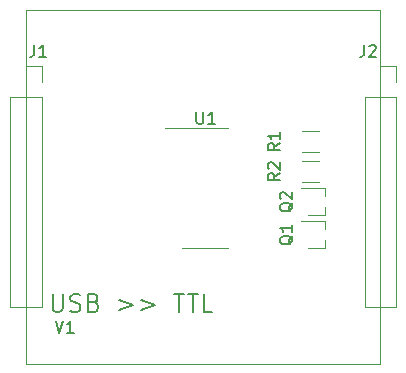
<source format=gbr>
G04 #@! TF.GenerationSoftware,KiCad,Pcbnew,(5.99.0-11522-g728b160719)*
G04 #@! TF.CreationDate,2021-07-25T14:13:55+10:00*
G04 #@! TF.ProjectId,USB-TTL,5553422d-5454-44c2-9e6b-696361645f70,rev?*
G04 #@! TF.SameCoordinates,Original*
G04 #@! TF.FileFunction,Legend,Top*
G04 #@! TF.FilePolarity,Positive*
%FSLAX46Y46*%
G04 Gerber Fmt 4.6, Leading zero omitted, Abs format (unit mm)*
G04 Created by KiCad (PCBNEW (5.99.0-11522-g728b160719)) date 2021-07-25 14:13:55*
%MOMM*%
%LPD*%
G01*
G04 APERTURE LIST*
G04 #@! TA.AperFunction,Profile*
%ADD10C,0.100000*%
G04 #@! TD*
%ADD11C,0.150000*%
%ADD12C,0.200000*%
%ADD13C,0.120000*%
G04 APERTURE END LIST*
D10*
X129540000Y-78740000D02*
X159512000Y-78740000D01*
X159512000Y-78740000D02*
X159512000Y-108712000D01*
X159512000Y-108712000D02*
X129540000Y-108712000D01*
X129540000Y-108712000D02*
X129540000Y-78740000D01*
D11*
X132032476Y-105116380D02*
X132365809Y-106116380D01*
X132699142Y-105116380D01*
X133556285Y-106116380D02*
X132984857Y-106116380D01*
X133270571Y-106116380D02*
X133270571Y-105116380D01*
X133175333Y-105259238D01*
X133080095Y-105354476D01*
X132984857Y-105402095D01*
D12*
X131787142Y-102810571D02*
X131787142Y-104024857D01*
X131858571Y-104167714D01*
X131930000Y-104239142D01*
X132072857Y-104310571D01*
X132358571Y-104310571D01*
X132501428Y-104239142D01*
X132572857Y-104167714D01*
X132644285Y-104024857D01*
X132644285Y-102810571D01*
X133287142Y-104239142D02*
X133501428Y-104310571D01*
X133858571Y-104310571D01*
X134001428Y-104239142D01*
X134072857Y-104167714D01*
X134144285Y-104024857D01*
X134144285Y-103882000D01*
X134072857Y-103739142D01*
X134001428Y-103667714D01*
X133858571Y-103596285D01*
X133572857Y-103524857D01*
X133430000Y-103453428D01*
X133358571Y-103382000D01*
X133287142Y-103239142D01*
X133287142Y-103096285D01*
X133358571Y-102953428D01*
X133430000Y-102882000D01*
X133572857Y-102810571D01*
X133930000Y-102810571D01*
X134144285Y-102882000D01*
X135287142Y-103524857D02*
X135501428Y-103596285D01*
X135572857Y-103667714D01*
X135644285Y-103810571D01*
X135644285Y-104024857D01*
X135572857Y-104167714D01*
X135501428Y-104239142D01*
X135358571Y-104310571D01*
X134787142Y-104310571D01*
X134787142Y-102810571D01*
X135287142Y-102810571D01*
X135430000Y-102882000D01*
X135501428Y-102953428D01*
X135572857Y-103096285D01*
X135572857Y-103239142D01*
X135501428Y-103382000D01*
X135430000Y-103453428D01*
X135287142Y-103524857D01*
X134787142Y-103524857D01*
X137430000Y-103310571D02*
X138572857Y-103739142D01*
X137430000Y-104167714D01*
X139287142Y-103310571D02*
X140430000Y-103739142D01*
X139287142Y-104167714D01*
X142072857Y-102810571D02*
X142930000Y-102810571D01*
X142501428Y-104310571D02*
X142501428Y-102810571D01*
X143215714Y-102810571D02*
X144072857Y-102810571D01*
X143644285Y-104310571D02*
X143644285Y-102810571D01*
X145287142Y-104310571D02*
X144572857Y-104310571D01*
X144572857Y-102810571D01*
D11*
G04 #@! TO.C,J1*
X130222666Y-81748380D02*
X130222666Y-82462666D01*
X130175047Y-82605523D01*
X130079809Y-82700761D01*
X129936952Y-82748380D01*
X129841714Y-82748380D01*
X131222666Y-82748380D02*
X130651238Y-82748380D01*
X130936952Y-82748380D02*
X130936952Y-81748380D01*
X130841714Y-81891238D01*
X130746476Y-81986476D01*
X130651238Y-82034095D01*
G04 #@! TO.C,U1*
X143953095Y-87405380D02*
X143953095Y-88214904D01*
X144000714Y-88310142D01*
X144048333Y-88357761D01*
X144143571Y-88405380D01*
X144334047Y-88405380D01*
X144429285Y-88357761D01*
X144476904Y-88310142D01*
X144524523Y-88214904D01*
X144524523Y-87405380D01*
X145524523Y-88405380D02*
X144953095Y-88405380D01*
X145238809Y-88405380D02*
X145238809Y-87405380D01*
X145143571Y-87548238D01*
X145048333Y-87643476D01*
X144953095Y-87691095D01*
G04 #@! TO.C,R2*
X151012880Y-92622666D02*
X150536690Y-92956000D01*
X151012880Y-93194095D02*
X150012880Y-93194095D01*
X150012880Y-92813142D01*
X150060500Y-92717904D01*
X150108119Y-92670285D01*
X150203357Y-92622666D01*
X150346214Y-92622666D01*
X150441452Y-92670285D01*
X150489071Y-92717904D01*
X150536690Y-92813142D01*
X150536690Y-93194095D01*
X150108119Y-92241714D02*
X150060500Y-92194095D01*
X150012880Y-92098857D01*
X150012880Y-91860761D01*
X150060500Y-91765523D01*
X150108119Y-91717904D01*
X150203357Y-91670285D01*
X150298595Y-91670285D01*
X150441452Y-91717904D01*
X151012880Y-92289333D01*
X151012880Y-91670285D01*
G04 #@! TO.C,R1*
X151012880Y-90082666D02*
X150536690Y-90416000D01*
X151012880Y-90654095D02*
X150012880Y-90654095D01*
X150012880Y-90273142D01*
X150060500Y-90177904D01*
X150108119Y-90130285D01*
X150203357Y-90082666D01*
X150346214Y-90082666D01*
X150441452Y-90130285D01*
X150489071Y-90177904D01*
X150536690Y-90273142D01*
X150536690Y-90654095D01*
X151012880Y-89130285D02*
X151012880Y-89701714D01*
X151012880Y-89416000D02*
X150012880Y-89416000D01*
X150155738Y-89511238D01*
X150250976Y-89606476D01*
X150298595Y-89701714D01*
G04 #@! TO.C,Q1*
X152124119Y-97885238D02*
X152076500Y-97980476D01*
X151981261Y-98075714D01*
X151838404Y-98218571D01*
X151790785Y-98313809D01*
X151790785Y-98409047D01*
X152028880Y-98361428D02*
X151981261Y-98456666D01*
X151886023Y-98551904D01*
X151695547Y-98599523D01*
X151362214Y-98599523D01*
X151171738Y-98551904D01*
X151076500Y-98456666D01*
X151028880Y-98361428D01*
X151028880Y-98170952D01*
X151076500Y-98075714D01*
X151171738Y-97980476D01*
X151362214Y-97932857D01*
X151695547Y-97932857D01*
X151886023Y-97980476D01*
X151981261Y-98075714D01*
X152028880Y-98170952D01*
X152028880Y-98361428D01*
X152028880Y-96980476D02*
X152028880Y-97551904D01*
X152028880Y-97266190D02*
X151028880Y-97266190D01*
X151171738Y-97361428D01*
X151266976Y-97456666D01*
X151314595Y-97551904D01*
G04 #@! TO.C,J2*
X158162666Y-81748380D02*
X158162666Y-82462666D01*
X158115047Y-82605523D01*
X158019809Y-82700761D01*
X157876952Y-82748380D01*
X157781714Y-82748380D01*
X158591238Y-81843619D02*
X158638857Y-81796000D01*
X158734095Y-81748380D01*
X158972190Y-81748380D01*
X159067428Y-81796000D01*
X159115047Y-81843619D01*
X159162666Y-81938857D01*
X159162666Y-82034095D01*
X159115047Y-82176952D01*
X158543619Y-82748380D01*
X159162666Y-82748380D01*
G04 #@! TO.C,Q2*
X152124119Y-95091238D02*
X152076500Y-95186476D01*
X151981261Y-95281714D01*
X151838404Y-95424571D01*
X151790785Y-95519809D01*
X151790785Y-95615047D01*
X152028880Y-95567428D02*
X151981261Y-95662666D01*
X151886023Y-95757904D01*
X151695547Y-95805523D01*
X151362214Y-95805523D01*
X151171738Y-95757904D01*
X151076500Y-95662666D01*
X151028880Y-95567428D01*
X151028880Y-95376952D01*
X151076500Y-95281714D01*
X151171738Y-95186476D01*
X151362214Y-95138857D01*
X151695547Y-95138857D01*
X151886023Y-95186476D01*
X151981261Y-95281714D01*
X152028880Y-95376952D01*
X152028880Y-95567428D01*
X151124119Y-94757904D02*
X151076500Y-94710285D01*
X151028880Y-94615047D01*
X151028880Y-94376952D01*
X151076500Y-94281714D01*
X151124119Y-94234095D01*
X151219357Y-94186476D01*
X151314595Y-94186476D01*
X151457452Y-94234095D01*
X152028880Y-94805523D01*
X152028880Y-94186476D01*
D13*
G04 #@! TO.C,J1*
X129540000Y-83506000D02*
X130870000Y-83506000D01*
X128210000Y-86106000D02*
X130870000Y-86106000D01*
X128210000Y-103946000D02*
X130870000Y-103946000D01*
X128210000Y-86106000D02*
X128210000Y-103946000D01*
X130870000Y-83506000D02*
X130870000Y-84836000D01*
X130870000Y-86106000D02*
X130870000Y-103946000D01*
G04 #@! TO.C,U1*
X144715000Y-98913000D02*
X142765000Y-98913000D01*
X144715000Y-88793000D02*
X146665000Y-88793000D01*
X144715000Y-88793000D02*
X141265000Y-88793000D01*
X144715000Y-98913000D02*
X146665000Y-98913000D01*
G04 #@! TO.C,R2*
X152881436Y-93366000D02*
X154335564Y-93366000D01*
X152881436Y-91546000D02*
X154335564Y-91546000D01*
G04 #@! TO.C,R1*
X152881436Y-90826000D02*
X154335564Y-90826000D01*
X152881436Y-89006000D02*
X154335564Y-89006000D01*
G04 #@! TO.C,Q1*
X153436500Y-98950000D02*
X154846500Y-98950000D01*
X154846500Y-96630000D02*
X154846500Y-97290000D01*
X154846500Y-98290000D02*
X154846500Y-98950000D01*
X154846500Y-96630000D02*
X152816500Y-96630000D01*
G04 #@! TO.C,J2*
X158207000Y-86106000D02*
X160867000Y-86106000D01*
X158207000Y-86106000D02*
X158207000Y-103946000D01*
X160867000Y-83506000D02*
X160867000Y-84836000D01*
X158207000Y-103946000D02*
X160867000Y-103946000D01*
X159537000Y-83506000D02*
X160867000Y-83506000D01*
X160867000Y-86106000D02*
X160867000Y-103946000D01*
G04 #@! TO.C,Q2*
X153436500Y-96156000D02*
X154846500Y-96156000D01*
X154846500Y-95496000D02*
X154846500Y-96156000D01*
X154846500Y-93836000D02*
X152816500Y-93836000D01*
X154846500Y-93836000D02*
X154846500Y-94496000D01*
G04 #@! TD*
M02*

</source>
